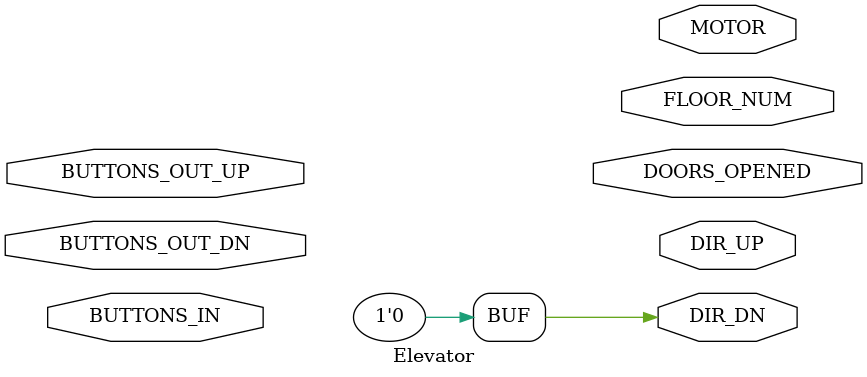
<source format=v>
module Elevator(BUTTONS_IN, BUTTONS_OUT_UP, BUTTONS_OUT_DN, DIR_UP, DIR_DN, DOORS_OPENED, MOTOR, FLOOR_NUM);
parameter NUM_FLOORS=8;
 
input [1:NUM_FLOORS] BUTTONS_IN, BUTTONS_OUT_UP, BUTTONS_OUT_DN;
output DIR_UP, DIR_DN;
output [1:NUM_FLOORS] DOORS_OPENED;
output [0:1] MOTOR;
output [0:3] FLOOR_NUM;

reg [0:1] MOTOR;
reg [1:NUM_FLOORS] DOORS_OPENED;
reg DIR_UP, DIR_DN=0;
reg [0:3] FLOOR_NUM;


endmodule

</source>
